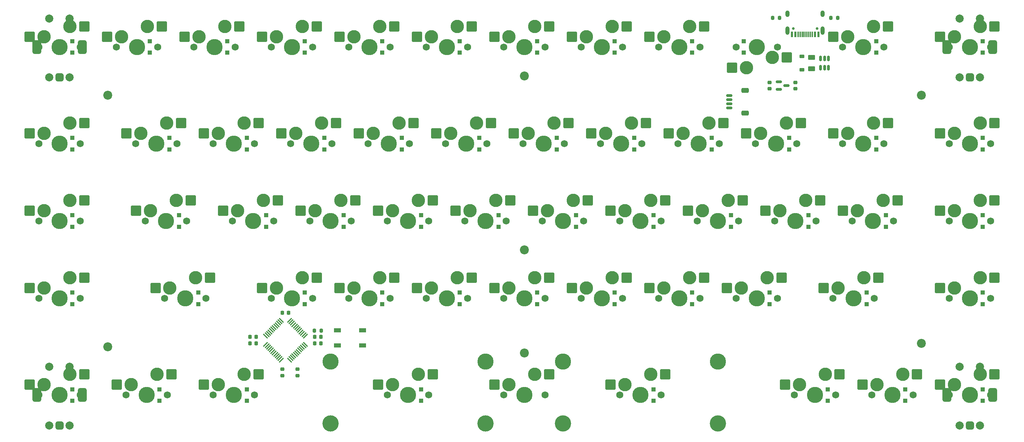
<source format=gbr>
%TF.GenerationSoftware,KiCad,Pcbnew,8.0.3*%
%TF.CreationDate,2024-09-04T21:35:23+02:00*%
%TF.ProjectId,alqaztraz,616c7161-7a74-4726-917a-2e6b69636164,rev?*%
%TF.SameCoordinates,Original*%
%TF.FileFunction,Soldermask,Bot*%
%TF.FilePolarity,Negative*%
%FSLAX46Y46*%
G04 Gerber Fmt 4.6, Leading zero omitted, Abs format (unit mm)*
G04 Created by KiCad (PCBNEW 8.0.3) date 2024-09-04 21:35:23*
%MOMM*%
%LPD*%
G01*
G04 APERTURE LIST*
G04 Aperture macros list*
%AMRoundRect*
0 Rectangle with rounded corners*
0 $1 Rounding radius*
0 $2 $3 $4 $5 $6 $7 $8 $9 X,Y pos of 4 corners*
0 Add a 4 corners polygon primitive as box body*
4,1,4,$2,$3,$4,$5,$6,$7,$8,$9,$2,$3,0*
0 Add four circle primitives for the rounded corners*
1,1,$1+$1,$2,$3*
1,1,$1+$1,$4,$5*
1,1,$1+$1,$6,$7*
1,1,$1+$1,$8,$9*
0 Add four rect primitives between the rounded corners*
20,1,$1+$1,$2,$3,$4,$5,0*
20,1,$1+$1,$4,$5,$6,$7,0*
20,1,$1+$1,$6,$7,$8,$9,0*
20,1,$1+$1,$8,$9,$2,$3,0*%
G04 Aperture macros list end*
%ADD10C,2.200000*%
%ADD11C,2.000000*%
%ADD12RoundRect,0.500000X0.500000X-0.500000X0.500000X0.500000X-0.500000X0.500000X-0.500000X-0.500000X0*%
%ADD13RoundRect,0.550000X0.550000X-1.150000X0.550000X1.150000X-0.550000X1.150000X-0.550000X-1.150000X0*%
%ADD14C,4.000000*%
%ADD15C,3.987800*%
%ADD16RoundRect,0.250000X0.300000X-0.300000X0.300000X0.300000X-0.300000X0.300000X-0.300000X-0.300000X0*%
%ADD17C,1.750000*%
%ADD18C,3.300000*%
%ADD19RoundRect,0.250000X1.025000X1.000000X-1.025000X1.000000X-1.025000X-1.000000X1.025000X-1.000000X0*%
%ADD20RoundRect,0.225000X-0.225000X-0.250000X0.225000X-0.250000X0.225000X0.250000X-0.225000X0.250000X0*%
%ADD21RoundRect,0.225000X0.250000X-0.225000X0.250000X0.225000X-0.250000X0.225000X-0.250000X-0.225000X0*%
%ADD22RoundRect,0.200000X-0.200000X-0.275000X0.200000X-0.275000X0.200000X0.275000X-0.200000X0.275000X0*%
%ADD23RoundRect,0.200000X0.200000X0.275000X-0.200000X0.275000X-0.200000X-0.275000X0.200000X-0.275000X0*%
%ADD24RoundRect,0.250000X-0.625000X0.375000X-0.625000X-0.375000X0.625000X-0.375000X0.625000X0.375000X0*%
%ADD25R,1.800000X1.100000*%
%ADD26RoundRect,0.150000X0.150000X-0.512500X0.150000X0.512500X-0.150000X0.512500X-0.150000X-0.512500X0*%
%ADD27RoundRect,0.225000X0.225000X0.250000X-0.225000X0.250000X-0.225000X-0.250000X0.225000X-0.250000X0*%
%ADD28RoundRect,0.225000X-0.375000X0.225000X-0.375000X-0.225000X0.375000X-0.225000X0.375000X0.225000X0*%
%ADD29C,0.650000*%
%ADD30R,0.600000X1.450000*%
%ADD31R,0.300000X1.450000*%
%ADD32O,1.000000X1.600000*%
%ADD33O,1.000000X2.100000*%
%ADD34RoundRect,0.250000X-1.025000X-1.000000X1.025000X-1.000000X1.025000X1.000000X-1.025000X1.000000X0*%
%ADD35RoundRect,0.250000X-0.300000X0.300000X-0.300000X-0.300000X0.300000X-0.300000X0.300000X0.300000X0*%
%ADD36RoundRect,0.225000X-0.250000X0.225000X-0.250000X-0.225000X0.250000X-0.225000X0.250000X0.225000X0*%
%ADD37RoundRect,0.075000X0.521491X-0.415425X-0.415425X0.521491X-0.521491X0.415425X0.415425X-0.521491X0*%
%ADD38RoundRect,0.075000X0.521491X0.415425X0.415425X0.521491X-0.521491X-0.415425X-0.415425X-0.521491X0*%
%ADD39RoundRect,0.150000X-0.625000X0.150000X-0.625000X-0.150000X0.625000X-0.150000X0.625000X0.150000X0*%
%ADD40RoundRect,0.250000X-0.650000X0.350000X-0.650000X-0.350000X0.650000X-0.350000X0.650000X0.350000X0*%
%ADD41RoundRect,0.150000X-0.587500X-0.150000X0.587500X-0.150000X0.587500X0.150000X-0.587500X0.150000X0*%
G04 APERTURE END LIST*
D10*
%TO.C,H2*%
X253206250Y-45243750D03*
%TD*%
D11*
%TO.C,SW2*%
X262612500Y-40837500D03*
X267612500Y-40837500D03*
D12*
X265112500Y-40837500D03*
D13*
X259512500Y-33337500D03*
X270712500Y-33337500D03*
D11*
X267612500Y-26337500D03*
X262612500Y-26337500D03*
%TD*%
D10*
%TO.C,H3*%
X53181250Y-107156250D03*
%TD*%
D14*
%TO.C,S2*%
X203200000Y-126047500D03*
D15*
X203200000Y-110807500D03*
D14*
X165100000Y-126047500D03*
D15*
X165100000Y-110807500D03*
%TD*%
D14*
%TO.C,S1*%
X146050000Y-126047500D03*
D15*
X146050000Y-110807500D03*
D14*
X107950000Y-126047500D03*
D15*
X107950000Y-110807500D03*
%TD*%
D10*
%TO.C,H5*%
X155575000Y-83343750D03*
%TD*%
D11*
%TO.C,SW1*%
X38775000Y-40837500D03*
X43775000Y-40837500D03*
D12*
X41275000Y-40837500D03*
D13*
X35675000Y-33337500D03*
X46875000Y-33337500D03*
D11*
X43775000Y-26337500D03*
X38775000Y-26337500D03*
%TD*%
%TO.C,SW4*%
X38775000Y-126562500D03*
X43775000Y-126562500D03*
D12*
X41275000Y-126562500D03*
D13*
X35675000Y-119062500D03*
X46875000Y-119062500D03*
D11*
X43775000Y-112062500D03*
X38775000Y-112062500D03*
%TD*%
D10*
%TO.C,H1*%
X53181250Y-45243750D03*
%TD*%
D11*
%TO.C,SW3*%
X262612500Y-126562500D03*
X267612500Y-126562500D03*
D12*
X265112500Y-126562500D03*
D13*
X259512500Y-119062500D03*
X270712500Y-119062500D03*
D11*
X267612500Y-112062500D03*
X262612500Y-112062500D03*
%TD*%
D10*
%TO.C,H7*%
X155575000Y-108743750D03*
%TD*%
%TO.C,H4*%
X253206250Y-106362500D03*
%TD*%
%TO.C,H6*%
X155575000Y-40481250D03*
%TD*%
D16*
%TO.C,D55*%
X268287500Y-120462500D03*
X268287500Y-117662500D03*
%TD*%
D17*
%TO.C,MX54*%
X251142500Y-119062500D03*
D15*
X246062500Y-119062500D03*
D17*
X240982500Y-119062500D03*
D18*
X242252500Y-116522500D03*
D19*
X238702500Y-116522500D03*
X252152500Y-113982500D03*
D18*
X248602500Y-113982500D03*
%TD*%
D16*
%TO.C,D54*%
X249237500Y-120462500D03*
X249237500Y-117662500D03*
%TD*%
D17*
%TO.C,MX27*%
X93980000Y-76200000D03*
D15*
X88900000Y-76200000D03*
D17*
X83820000Y-76200000D03*
D18*
X85090000Y-73660000D03*
D19*
X81540000Y-73660000D03*
X94990000Y-71120000D03*
D18*
X91440000Y-71120000D03*
%TD*%
D16*
%TO.C,D8*%
X177800000Y-34737500D03*
X177800000Y-31937500D03*
%TD*%
D17*
%TO.C,MX18*%
X146367500Y-57150000D03*
D15*
X141287500Y-57150000D03*
D17*
X136207500Y-57150000D03*
D18*
X137477500Y-54610000D03*
D19*
X133927500Y-54610000D03*
X147377500Y-52070000D03*
D18*
X143827500Y-52070000D03*
%TD*%
D17*
%TO.C,MX20*%
X184467500Y-57150000D03*
D15*
X179387500Y-57150000D03*
D17*
X174307500Y-57150000D03*
D18*
X175577500Y-54610000D03*
D19*
X172027500Y-54610000D03*
X185477500Y-52070000D03*
D18*
X181927500Y-52070000D03*
%TD*%
D16*
%TO.C,D21*%
X201612500Y-58550000D03*
X201612500Y-55750000D03*
%TD*%
%TO.C,D30*%
X149225000Y-77600000D03*
X149225000Y-74800000D03*
%TD*%
%TO.C,D19*%
X163512500Y-58550000D03*
X163512500Y-55750000D03*
%TD*%
%TO.C,D42*%
X158750000Y-96650000D03*
X158750000Y-93850000D03*
%TD*%
D20*
%TO.C,C11*%
X96081250Y-98825000D03*
X97631250Y-98825000D03*
%TD*%
D17*
%TO.C,MX51*%
X132080000Y-119062500D03*
D15*
X127000000Y-119062500D03*
D17*
X121920000Y-119062500D03*
D18*
X123190000Y-116522500D03*
D19*
X119640000Y-116522500D03*
X133090000Y-113982500D03*
D18*
X129540000Y-113982500D03*
%TD*%
D17*
%TO.C,MX24*%
X270192500Y-57150000D03*
D15*
X265112500Y-57150000D03*
D17*
X260032500Y-57150000D03*
D18*
X261302500Y-54610000D03*
D19*
X257752500Y-54610000D03*
X271202500Y-52070000D03*
D18*
X267652500Y-52070000D03*
%TD*%
D21*
%TO.C,C2*%
X222250000Y-43637500D03*
X222250000Y-42087500D03*
%TD*%
D22*
%TO.C,R2*%
X230950000Y-26193750D03*
X232600000Y-26193750D03*
%TD*%
D17*
%TO.C,MX7*%
X160655000Y-33337500D03*
D15*
X155575000Y-33337500D03*
D17*
X150495000Y-33337500D03*
D18*
X151765000Y-30797500D03*
D19*
X148215000Y-30797500D03*
X161665000Y-28257500D03*
D18*
X158115000Y-28257500D03*
%TD*%
D23*
%TO.C,R3*%
X105600000Y-103187500D03*
X103950000Y-103187500D03*
%TD*%
D17*
%TO.C,MX46*%
X241617500Y-95250000D03*
D15*
X236537500Y-95250000D03*
D17*
X231457500Y-95250000D03*
D18*
X232727500Y-92710000D03*
D19*
X229177500Y-92710000D03*
X242627500Y-90170000D03*
D18*
X239077500Y-90170000D03*
%TD*%
D17*
%TO.C,MX29*%
X132080000Y-76200000D03*
D15*
X127000000Y-76200000D03*
D17*
X121920000Y-76200000D03*
D18*
X123190000Y-73660000D03*
D19*
X119640000Y-73660000D03*
X133090000Y-71120000D03*
D18*
X129540000Y-71120000D03*
%TD*%
D16*
%TO.C,D25*%
X44450000Y-77600000D03*
X44450000Y-74800000D03*
%TD*%
%TO.C,D45*%
X215900000Y-96650000D03*
X215900000Y-93850000D03*
%TD*%
%TO.C,D35*%
X244475000Y-77600000D03*
X244475000Y-74800000D03*
%TD*%
%TO.C,D9*%
X196850000Y-34737500D03*
X196850000Y-31937500D03*
%TD*%
%TO.C,D39*%
X101600000Y-96650000D03*
X101600000Y-93850000D03*
%TD*%
D17*
%TO.C,MX38*%
X77311250Y-95250000D03*
D15*
X72231250Y-95250000D03*
D17*
X67151250Y-95250000D03*
D18*
X68421250Y-92710000D03*
D19*
X64871250Y-92710000D03*
X78321250Y-90170000D03*
D18*
X74771250Y-90170000D03*
%TD*%
D17*
%TO.C,MX40*%
X122555000Y-95250000D03*
D15*
X117475000Y-95250000D03*
D17*
X112395000Y-95250000D03*
D18*
X113665000Y-92710000D03*
D19*
X110115000Y-92710000D03*
X123565000Y-90170000D03*
D18*
X120015000Y-90170000D03*
%TD*%
D24*
%TO.C,F1*%
X226218750Y-35906250D03*
X226218750Y-38706250D03*
%TD*%
D17*
%TO.C,MX45*%
X217805000Y-95250000D03*
D15*
X212725000Y-95250000D03*
D17*
X207645000Y-95250000D03*
D18*
X208915000Y-92710000D03*
D19*
X205365000Y-92710000D03*
X218815000Y-90170000D03*
D18*
X215265000Y-90170000D03*
%TD*%
D16*
%TO.C,D1*%
X44450000Y-34737500D03*
X44450000Y-31937500D03*
%TD*%
D17*
%TO.C,MX3*%
X84455000Y-33337500D03*
D15*
X79375000Y-33337500D03*
D17*
X74295000Y-33337500D03*
D18*
X75565000Y-30797500D03*
D19*
X72015000Y-30797500D03*
X85465000Y-28257500D03*
D18*
X81915000Y-28257500D03*
%TD*%
D17*
%TO.C,MX15*%
X89217500Y-57150000D03*
D15*
X84137500Y-57150000D03*
D17*
X79057500Y-57150000D03*
D18*
X80327500Y-54610000D03*
D19*
X76777500Y-54610000D03*
X90227500Y-52070000D03*
D18*
X86677500Y-52070000D03*
%TD*%
D16*
%TO.C,D53*%
X230187500Y-120462500D03*
X230187500Y-117662500D03*
%TD*%
%TO.C,D50*%
X87312500Y-120462500D03*
X87312500Y-117662500D03*
%TD*%
D17*
%TO.C,MX33*%
X208280000Y-76200000D03*
D15*
X203200000Y-76200000D03*
D17*
X198120000Y-76200000D03*
D18*
X199390000Y-73660000D03*
D19*
X195840000Y-73660000D03*
X209290000Y-71120000D03*
D18*
X205740000Y-71120000D03*
%TD*%
D25*
%TO.C,SW5*%
X115812500Y-103125000D03*
X109612500Y-103125000D03*
X115812500Y-106825000D03*
X109612500Y-106825000D03*
%TD*%
D17*
%TO.C,MX23*%
X243998750Y-57150000D03*
D15*
X238918750Y-57150000D03*
D17*
X233838750Y-57150000D03*
D18*
X235108750Y-54610000D03*
D19*
X231558750Y-54610000D03*
X245008750Y-52070000D03*
D18*
X241458750Y-52070000D03*
%TD*%
D17*
%TO.C,MX48*%
X46355000Y-119062500D03*
D15*
X41275000Y-119062500D03*
D17*
X36195000Y-119062500D03*
D18*
X37465000Y-116522500D03*
D19*
X33915000Y-116522500D03*
X47365000Y-113982500D03*
D18*
X43815000Y-113982500D03*
%TD*%
D16*
%TO.C,D38*%
X75406250Y-96650000D03*
X75406250Y-93850000D03*
%TD*%
%TO.C,D12*%
X268287500Y-34737500D03*
X268287500Y-31937500D03*
%TD*%
%TO.C,D31*%
X168275000Y-77600000D03*
X168275000Y-74800000D03*
%TD*%
%TO.C,D13*%
X44450000Y-58550000D03*
X44450000Y-55750000D03*
%TD*%
D26*
%TO.C,U2*%
X230343750Y-38443750D03*
X229393750Y-38443750D03*
X228443750Y-38443750D03*
X228443750Y-36168750D03*
X229393750Y-36168750D03*
X230343750Y-36168750D03*
%TD*%
D16*
%TO.C,D49*%
X65881250Y-120462500D03*
X65881250Y-117662500D03*
%TD*%
%TO.C,D27*%
X92075000Y-77600000D03*
X92075000Y-74800000D03*
%TD*%
%TO.C,D18*%
X144462500Y-58550000D03*
X144462500Y-55750000D03*
%TD*%
D17*
%TO.C,MX31*%
X170180000Y-76200000D03*
D15*
X165100000Y-76200000D03*
D17*
X160020000Y-76200000D03*
D18*
X161290000Y-73660000D03*
D19*
X157740000Y-73660000D03*
X171190000Y-71120000D03*
D18*
X167640000Y-71120000D03*
%TD*%
D17*
%TO.C,MX52*%
X189230000Y-119062500D03*
D15*
X184150000Y-119062500D03*
D17*
X179070000Y-119062500D03*
D18*
X180340000Y-116522500D03*
D19*
X176790000Y-116522500D03*
X190240000Y-113982500D03*
D18*
X186690000Y-113982500D03*
%TD*%
D16*
%TO.C,D48*%
X44450000Y-120462500D03*
X44450000Y-117662500D03*
%TD*%
%TO.C,D37*%
X44450000Y-96650000D03*
X44450000Y-93850000D03*
%TD*%
D17*
%TO.C,MX37*%
X46355000Y-95250000D03*
D15*
X41275000Y-95250000D03*
D17*
X36195000Y-95250000D03*
D18*
X37465000Y-92710000D03*
D19*
X33915000Y-92710000D03*
X47365000Y-90170000D03*
D18*
X43815000Y-90170000D03*
%TD*%
D16*
%TO.C,D23*%
X242093750Y-58550000D03*
X242093750Y-55750000D03*
%TD*%
D17*
%TO.C,MX56*%
X160655000Y-119062500D03*
D15*
X155575000Y-119062500D03*
D17*
X150495000Y-119062500D03*
D18*
X151765000Y-116522500D03*
D19*
X148215000Y-116522500D03*
X161665000Y-113982500D03*
D18*
X158115000Y-113982500D03*
%TD*%
D17*
%TO.C,MX9*%
X198755000Y-33337500D03*
D15*
X193675000Y-33337500D03*
D17*
X188595000Y-33337500D03*
D18*
X189865000Y-30797500D03*
D19*
X186315000Y-30797500D03*
X199765000Y-28257500D03*
D18*
X196215000Y-28257500D03*
%TD*%
D16*
%TO.C,D34*%
X225425000Y-77600000D03*
X225425000Y-74800000D03*
%TD*%
D17*
%TO.C,MX30*%
X151130000Y-76200000D03*
D15*
X146050000Y-76200000D03*
D17*
X140970000Y-76200000D03*
D18*
X142240000Y-73660000D03*
D19*
X138690000Y-73660000D03*
X152140000Y-71120000D03*
D18*
X148590000Y-71120000D03*
%TD*%
D17*
%TO.C,MX5*%
X122555000Y-33337500D03*
D15*
X117475000Y-33337500D03*
D17*
X112395000Y-33337500D03*
D18*
X113665000Y-30797500D03*
D19*
X110115000Y-30797500D03*
X123565000Y-28257500D03*
D18*
X120015000Y-28257500D03*
%TD*%
D17*
%TO.C,MX12*%
X270192500Y-33337500D03*
D15*
X265112500Y-33337500D03*
D17*
X260032500Y-33337500D03*
D18*
X261302500Y-30797500D03*
D19*
X257752500Y-30797500D03*
X271202500Y-28257500D03*
D18*
X267652500Y-28257500D03*
%TD*%
D17*
%TO.C,MX39*%
X103505000Y-95250000D03*
D15*
X98425000Y-95250000D03*
D17*
X93345000Y-95250000D03*
D18*
X94615000Y-92710000D03*
D19*
X91065000Y-92710000D03*
X104515000Y-90170000D03*
D18*
X100965000Y-90170000D03*
%TD*%
D17*
%TO.C,MX6*%
X141605000Y-33337500D03*
D15*
X136525000Y-33337500D03*
D17*
X131445000Y-33337500D03*
D18*
X132715000Y-30797500D03*
D19*
X129165000Y-30797500D03*
X142615000Y-28257500D03*
D18*
X139065000Y-28257500D03*
%TD*%
D17*
%TO.C,MX49*%
X67786250Y-119062500D03*
D15*
X62706250Y-119062500D03*
D17*
X57626250Y-119062500D03*
D18*
X58896250Y-116522500D03*
D19*
X55346250Y-116522500D03*
X68796250Y-113982500D03*
D18*
X65246250Y-113982500D03*
%TD*%
D16*
%TO.C,D29*%
X130175000Y-77600000D03*
X130175000Y-74800000D03*
%TD*%
D17*
%TO.C,MX44*%
X198755000Y-95250000D03*
D15*
X193675000Y-95250000D03*
D17*
X188595000Y-95250000D03*
D18*
X189865000Y-92710000D03*
D19*
X186315000Y-92710000D03*
X199765000Y-90170000D03*
D18*
X196215000Y-90170000D03*
%TD*%
D20*
%TO.C,C12*%
X104000000Y-106362500D03*
X105550000Y-106362500D03*
%TD*%
D17*
%TO.C,MX36*%
X270192500Y-76200000D03*
D15*
X265112500Y-76200000D03*
D17*
X260032500Y-76200000D03*
D18*
X261302500Y-73660000D03*
D19*
X257752500Y-73660000D03*
X271202500Y-71120000D03*
D18*
X267652500Y-71120000D03*
%TD*%
D16*
%TO.C,D15*%
X87312500Y-58550000D03*
X87312500Y-55750000D03*
%TD*%
D17*
%TO.C,MX43*%
X179705000Y-95250000D03*
D15*
X174625000Y-95250000D03*
D17*
X169545000Y-95250000D03*
D18*
X170815000Y-92710000D03*
D19*
X167265000Y-92710000D03*
X180715000Y-90170000D03*
D18*
X177165000Y-90170000D03*
%TD*%
D17*
%TO.C,MX21*%
X203517500Y-57150000D03*
D15*
X198437500Y-57150000D03*
D17*
X193357500Y-57150000D03*
D18*
X194627500Y-54610000D03*
D19*
X191077500Y-54610000D03*
X204527500Y-52070000D03*
D18*
X200977500Y-52070000D03*
%TD*%
D16*
%TO.C,D16*%
X106362500Y-58550000D03*
X106362500Y-55750000D03*
%TD*%
%TO.C,D20*%
X182562500Y-58550000D03*
X182562500Y-55750000D03*
%TD*%
D27*
%TO.C,C15*%
X89675000Y-106362500D03*
X88125000Y-106362500D03*
%TD*%
D16*
%TO.C,D36*%
X268287500Y-77600000D03*
X268287500Y-74800000D03*
%TD*%
D17*
%TO.C,MX13*%
X46355000Y-57150000D03*
D15*
X41275000Y-57150000D03*
D17*
X36195000Y-57150000D03*
D18*
X37465000Y-54610000D03*
D19*
X33915000Y-54610000D03*
X47365000Y-52070000D03*
D18*
X43815000Y-52070000D03*
%TD*%
D16*
%TO.C,D46*%
X239712500Y-96650000D03*
X239712500Y-93850000D03*
%TD*%
%TO.C,D6*%
X139700000Y-34737500D03*
X139700000Y-31937500D03*
%TD*%
%TO.C,D26*%
X70643750Y-77600000D03*
X70643750Y-74800000D03*
%TD*%
D17*
%TO.C,MX28*%
X113030000Y-76200000D03*
D15*
X107950000Y-76200000D03*
D17*
X102870000Y-76200000D03*
D18*
X104140000Y-73660000D03*
D19*
X100590000Y-73660000D03*
X114040000Y-71120000D03*
D18*
X110490000Y-71120000D03*
%TD*%
D17*
%TO.C,MX42*%
X160655000Y-95250000D03*
D15*
X155575000Y-95250000D03*
D17*
X150495000Y-95250000D03*
D18*
X151765000Y-92710000D03*
D19*
X148215000Y-92710000D03*
X161665000Y-90170000D03*
D18*
X158115000Y-90170000D03*
%TD*%
D17*
%TO.C,MX34*%
X227330000Y-76200000D03*
D15*
X222250000Y-76200000D03*
D17*
X217170000Y-76200000D03*
D18*
X218440000Y-73660000D03*
D19*
X214890000Y-73660000D03*
X228340000Y-71120000D03*
D18*
X224790000Y-71120000D03*
%TD*%
D16*
%TO.C,D5*%
X120650000Y-34737500D03*
X120650000Y-31937500D03*
%TD*%
%TO.C,D52*%
X187325000Y-120462500D03*
X187325000Y-117662500D03*
%TD*%
%TO.C,D47*%
X268287500Y-96650000D03*
X268287500Y-93850000D03*
%TD*%
D17*
%TO.C,MX53*%
X232092500Y-119062500D03*
D15*
X227012500Y-119062500D03*
D17*
X221932500Y-119062500D03*
D18*
X223202500Y-116522500D03*
D19*
X219652500Y-116522500D03*
X233102500Y-113982500D03*
D18*
X229552500Y-113982500D03*
%TD*%
D28*
%TO.C,D_PWR1*%
X223837500Y-35656250D03*
X223837500Y-38956250D03*
%TD*%
D16*
%TO.C,D24*%
X268287500Y-58550000D03*
X268287500Y-55750000D03*
%TD*%
%TO.C,D4*%
X101600000Y-34737500D03*
X101600000Y-31937500D03*
%TD*%
D29*
%TO.C,J1*%
X221741250Y-28793750D03*
X227521250Y-28793750D03*
D30*
X221381250Y-30238750D03*
X222181250Y-30238750D03*
D31*
X223381250Y-30238750D03*
X224381250Y-30238750D03*
X224881250Y-30238750D03*
X225881250Y-30238750D03*
D30*
X227081250Y-30238750D03*
X227881250Y-30238750D03*
X227881250Y-30238750D03*
X227081250Y-30238750D03*
D31*
X226381250Y-30238750D03*
X225381250Y-30238750D03*
X223881250Y-30238750D03*
X222881250Y-30238750D03*
D30*
X222181250Y-30238750D03*
X221381250Y-30238750D03*
D32*
X220311250Y-25143750D03*
D33*
X220311250Y-29323750D03*
D32*
X228951250Y-25143750D03*
D33*
X228951250Y-29323750D03*
%TD*%
D17*
%TO.C,MX47*%
X270192500Y-95250000D03*
D15*
X265112500Y-95250000D03*
D17*
X260032500Y-95250000D03*
D18*
X261302500Y-92710000D03*
D19*
X257752500Y-92710000D03*
X271202500Y-90170000D03*
D18*
X267652500Y-90170000D03*
%TD*%
D16*
%TO.C,D28*%
X111125000Y-77600000D03*
X111125000Y-74800000D03*
%TD*%
%TO.C,D11*%
X242093750Y-34737500D03*
X242093750Y-31937500D03*
%TD*%
D17*
%TO.C,MX32*%
X189230000Y-76200000D03*
D15*
X184150000Y-76200000D03*
D17*
X179070000Y-76200000D03*
D18*
X180340000Y-73660000D03*
D19*
X176790000Y-73660000D03*
X190240000Y-71120000D03*
D18*
X186690000Y-71120000D03*
%TD*%
D16*
%TO.C,D3*%
X82550000Y-34737500D03*
X82550000Y-31937500D03*
%TD*%
D17*
%TO.C,MX25*%
X46355000Y-76200000D03*
D15*
X41275000Y-76200000D03*
D17*
X36195000Y-76200000D03*
D18*
X37465000Y-73660000D03*
D19*
X33915000Y-73660000D03*
X47365000Y-71120000D03*
D18*
X43815000Y-71120000D03*
%TD*%
D16*
%TO.C,D40*%
X120650000Y-96650000D03*
X120650000Y-93850000D03*
%TD*%
%TO.C,D7*%
X158750000Y-34737500D03*
X158750000Y-31937500D03*
%TD*%
D17*
%TO.C,MX26*%
X72548750Y-76200000D03*
D15*
X67468750Y-76200000D03*
D17*
X62388750Y-76200000D03*
D18*
X63658750Y-73660000D03*
D19*
X60108750Y-73660000D03*
X73558750Y-71120000D03*
D18*
X70008750Y-71120000D03*
%TD*%
D17*
%TO.C,MX10*%
X207645000Y-33337500D03*
D15*
X212725000Y-33337500D03*
D17*
X217805000Y-33337500D03*
D18*
X216535000Y-35877500D03*
D34*
X220085000Y-35877500D03*
X206635000Y-38417500D03*
D18*
X210185000Y-38417500D03*
%TD*%
D17*
%TO.C,MX14*%
X70167500Y-57150000D03*
D15*
X65087500Y-57150000D03*
D17*
X60007500Y-57150000D03*
D18*
X61277500Y-54610000D03*
D19*
X57727500Y-54610000D03*
X71177500Y-52070000D03*
D18*
X67627500Y-52070000D03*
%TD*%
D23*
%TO.C,R1*%
X218312500Y-26193750D03*
X216662500Y-26193750D03*
%TD*%
D16*
%TO.C,D14*%
X68262500Y-58550000D03*
X68262500Y-55750000D03*
%TD*%
D35*
%TO.C,D10*%
X209550000Y-31937500D03*
X209550000Y-34737500D03*
%TD*%
D17*
%TO.C,MX1*%
X46355000Y-33337500D03*
D15*
X41275000Y-33337500D03*
D17*
X36195000Y-33337500D03*
D18*
X37465000Y-30797500D03*
D19*
X33915000Y-30797500D03*
X47365000Y-28257500D03*
D18*
X43815000Y-28257500D03*
%TD*%
D36*
%TO.C,C14*%
X96043750Y-112731250D03*
X96043750Y-114281250D03*
%TD*%
D16*
%TO.C,D33*%
X206375000Y-77600000D03*
X206375000Y-74800000D03*
%TD*%
%TO.C,D44*%
X196850000Y-96650000D03*
X196850000Y-93850000D03*
%TD*%
D37*
%TO.C,U1*%
X101725376Y-106567538D03*
X101371822Y-106921092D03*
X101018269Y-107274645D03*
X100664715Y-107628199D03*
X100311162Y-107981752D03*
X99957609Y-108335305D03*
X99604055Y-108688859D03*
X99250502Y-109042412D03*
X98896949Y-109395965D03*
X98543395Y-109749519D03*
X98189842Y-110103072D03*
X97836288Y-110456626D03*
D38*
X95838712Y-110456626D03*
X95485158Y-110103072D03*
X95131605Y-109749519D03*
X94778051Y-109395965D03*
X94424498Y-109042412D03*
X94070945Y-108688859D03*
X93717391Y-108335305D03*
X93363838Y-107981752D03*
X93010285Y-107628199D03*
X92656731Y-107274645D03*
X92303178Y-106921092D03*
X91949624Y-106567538D03*
D37*
X91949624Y-104569962D03*
X92303178Y-104216408D03*
X92656731Y-103862855D03*
X93010285Y-103509301D03*
X93363838Y-103155748D03*
X93717391Y-102802195D03*
X94070945Y-102448641D03*
X94424498Y-102095088D03*
X94778051Y-101741535D03*
X95131605Y-101387981D03*
X95485158Y-101034428D03*
X95838712Y-100680874D03*
D38*
X97836288Y-100680874D03*
X98189842Y-101034428D03*
X98543395Y-101387981D03*
X98896949Y-101741535D03*
X99250502Y-102095088D03*
X99604055Y-102448641D03*
X99957609Y-102802195D03*
X100311162Y-103155748D03*
X100664715Y-103509301D03*
X101018269Y-103862855D03*
X101371822Y-104216408D03*
X101725376Y-104569962D03*
%TD*%
D16*
%TO.C,D22*%
X220662500Y-58550000D03*
X220662500Y-55750000D03*
%TD*%
D17*
%TO.C,MX4*%
X103505000Y-33337500D03*
D15*
X98425000Y-33337500D03*
D17*
X93345000Y-33337500D03*
D18*
X94615000Y-30797500D03*
D19*
X91065000Y-30797500D03*
X104515000Y-28257500D03*
D18*
X100965000Y-28257500D03*
%TD*%
D17*
%TO.C,MX2*%
X65405000Y-33337500D03*
D15*
X60325000Y-33337500D03*
D17*
X55245000Y-33337500D03*
D18*
X56515000Y-30797500D03*
D19*
X52965000Y-30797500D03*
X66415000Y-28257500D03*
D18*
X62865000Y-28257500D03*
%TD*%
D20*
%TO.C,C13*%
X104000000Y-104775000D03*
X105550000Y-104775000D03*
%TD*%
D17*
%TO.C,MX41*%
X141605000Y-95250000D03*
D15*
X136525000Y-95250000D03*
D17*
X131445000Y-95250000D03*
D18*
X132715000Y-92710000D03*
D19*
X129165000Y-92710000D03*
X142615000Y-90170000D03*
D18*
X139065000Y-90170000D03*
%TD*%
D17*
%TO.C,MX11*%
X243998750Y-33337500D03*
D15*
X238918750Y-33337500D03*
D17*
X233838750Y-33337500D03*
D18*
X235108750Y-30797500D03*
D19*
X231558750Y-30797500D03*
X245008750Y-28257500D03*
D18*
X241458750Y-28257500D03*
%TD*%
D39*
%TO.C,J2*%
X205962500Y-45331250D03*
X205962500Y-46331250D03*
X205962500Y-47331250D03*
X205962500Y-48331250D03*
D40*
X209837500Y-44031250D03*
X209837500Y-49631250D03*
%TD*%
D16*
%TO.C,D2*%
X63500000Y-34737500D03*
X63500000Y-31937500D03*
%TD*%
D41*
%TO.C,U3*%
X218137500Y-43812500D03*
X218137500Y-41912500D03*
X220012500Y-42862500D03*
%TD*%
D17*
%TO.C,MX35*%
X246380000Y-76200000D03*
D15*
X241300000Y-76200000D03*
D17*
X236220000Y-76200000D03*
D18*
X237490000Y-73660000D03*
D19*
X233940000Y-73660000D03*
X247390000Y-71120000D03*
D18*
X243840000Y-71120000D03*
%TD*%
D17*
%TO.C,MX50*%
X89217500Y-119062500D03*
D15*
X84137500Y-119062500D03*
D17*
X79057500Y-119062500D03*
D18*
X80327500Y-116522500D03*
D19*
X76777500Y-116522500D03*
X90227500Y-113982500D03*
D18*
X86677500Y-113982500D03*
%TD*%
D17*
%TO.C,MX17*%
X127317500Y-57150000D03*
D15*
X122237500Y-57150000D03*
D17*
X117157500Y-57150000D03*
D18*
X118427500Y-54610000D03*
D19*
X114877500Y-54610000D03*
X128327500Y-52070000D03*
D18*
X124777500Y-52070000D03*
%TD*%
D16*
%TO.C,D41*%
X139700000Y-96650000D03*
X139700000Y-93850000D03*
%TD*%
D17*
%TO.C,MX22*%
X222567500Y-57150000D03*
D15*
X217487500Y-57150000D03*
D17*
X212407500Y-57150000D03*
D18*
X213677500Y-54610000D03*
D19*
X210127500Y-54610000D03*
X223577500Y-52070000D03*
D18*
X220027500Y-52070000D03*
%TD*%
D17*
%TO.C,MX16*%
X108267500Y-57150000D03*
D15*
X103187500Y-57150000D03*
D17*
X98107500Y-57150000D03*
D18*
X99377500Y-54610000D03*
D19*
X95827500Y-54610000D03*
X109277500Y-52070000D03*
D18*
X105727500Y-52070000D03*
%TD*%
D17*
%TO.C,MX8*%
X179705000Y-33337500D03*
D15*
X174625000Y-33337500D03*
D17*
X169545000Y-33337500D03*
D18*
X170815000Y-30797500D03*
D19*
X167265000Y-30797500D03*
X180715000Y-28257500D03*
D18*
X177165000Y-28257500D03*
%TD*%
D16*
%TO.C,D43*%
X177800000Y-96650000D03*
X177800000Y-93850000D03*
%TD*%
D17*
%TO.C,MX55*%
X270192500Y-119062500D03*
D15*
X265112500Y-119062500D03*
D17*
X260032500Y-119062500D03*
D18*
X261302500Y-116522500D03*
D19*
X257752500Y-116522500D03*
X271202500Y-113982500D03*
D18*
X267652500Y-113982500D03*
%TD*%
D16*
%TO.C,D17*%
X125412500Y-58550000D03*
X125412500Y-55750000D03*
%TD*%
D17*
%TO.C,MX19*%
X165417500Y-57150000D03*
D15*
X160337500Y-57150000D03*
D17*
X155257500Y-57150000D03*
D18*
X156527500Y-54610000D03*
D19*
X152977500Y-54610000D03*
X166427500Y-52070000D03*
D18*
X162877500Y-52070000D03*
%TD*%
D21*
%TO.C,C3*%
X215900000Y-43637500D03*
X215900000Y-42087500D03*
%TD*%
D16*
%TO.C,D51*%
X130175000Y-120462500D03*
X130175000Y-117662500D03*
%TD*%
D27*
%TO.C,C16*%
X89656250Y-104775000D03*
X88106250Y-104775000D03*
%TD*%
D16*
%TO.C,D32*%
X187325000Y-77600000D03*
X187325000Y-74800000D03*
%TD*%
D36*
%TO.C,C1*%
X99818750Y-112731250D03*
X99818750Y-114281250D03*
%TD*%
M02*

</source>
